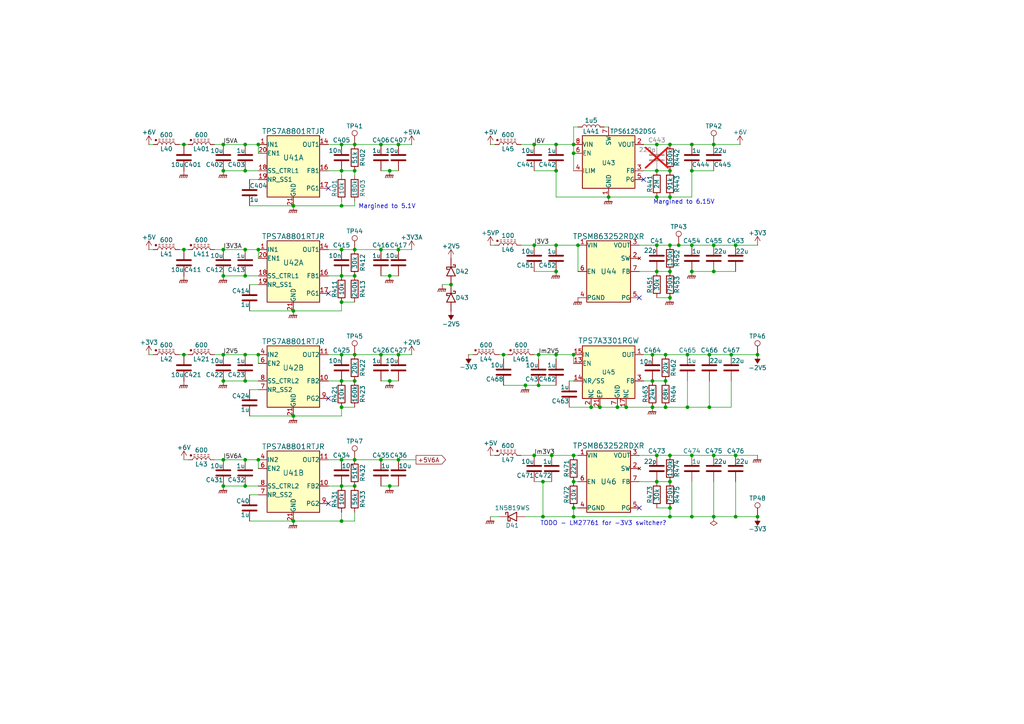
<source format=kicad_sch>
(kicad_sch (version 20250114) (generator "eeschema") (generator_version "9.0")
  (paper "A4")
  (text "TODO - LM27761 for -3V3 switcher?" (at 175.006 151.13 0) (effects (font (size 1.27 1.27)) (justify top)))
  (text "Margined to 5.1V" (at 112.268 59.944 0) (effects (font (size 1.27 1.27))))
  (text "Margined to 6.15V" (at 198.374 58.674 0) (effects (font (size 1.27 1.27))))
  (junction (at 181.61 118.11))
  (junction (at 74.93 102.87))
  (junction (at 161.29 78.74))
  (junction (at 166.37 132.08))
  (junction (at 171.45 118.11))
  (junction (at 207.01 149.86))
  (junction (at 99.06 59.69))
  (junction (at 64.77 49.53))
  (junction (at 166.37 149.86))
  (junction (at 207.01 41.91))
  (junction (at 64.77 140.97))
  (junction (at 99.06 41.91))
  (junction (at 113.03 140.97))
  (junction (at 161.29 41.91))
  (junction (at 205.74 102.87))
  (junction (at 219.71 149.86))
  (junction (at 53.34 41.91))
  (junction (at 161.29 49.53))
  (junction (at 173.99 118.11))
  (junction (at 85.09 90.17))
  (junction (at 110.49 72.39))
  (junction (at 207.01 78.74))
  (junction (at 200.66 78.74))
  (junction (at 166.37 41.91))
  (junction (at 212.09 102.87))
  (junction (at 115.57 41.91))
  (junction (at 157.48 149.86))
  (junction (at 110.49 102.87))
  (junction (at 200.66 71.12))
  (junction (at 130.81 82.55))
  (junction (at 199.39 118.11))
  (junction (at 99.06 80.01))
  (junction (at 102.87 102.87))
  (junction (at 110.49 41.91))
  (junction (at 161.29 102.87))
  (junction (at 200.66 41.91))
  (junction (at 219.71 102.87))
  (junction (at 200.66 132.08))
  (junction (at 193.04 110.49))
  (junction (at 53.34 102.87))
  (junction (at 166.37 44.45))
  (junction (at 64.77 110.49))
  (junction (at 64.77 72.39))
  (junction (at 102.87 72.39))
  (junction (at 207.01 71.12))
  (junction (at 190.5 132.08))
  (junction (at 200.66 149.86))
  (junction (at 115.57 72.39))
  (junction (at 190.5 49.53))
  (junction (at 85.09 120.65))
  (junction (at 194.31 71.12))
  (junction (at 102.87 49.53))
  (junction (at 160.02 132.08))
  (junction (at 194.31 147.32))
  (junction (at 99.06 49.53))
  (junction (at 71.12 72.39))
  (junction (at 161.29 71.12))
  (junction (at 190.5 139.7))
  (junction (at 166.37 102.87))
  (junction (at 99.06 87.63))
  (junction (at 99.06 72.39))
  (junction (at 190.5 71.12))
  (junction (at 199.39 102.87))
  (junction (at 194.31 86.36))
  (junction (at 207.01 132.08))
  (junction (at 99.06 118.11))
  (junction (at 71.12 102.87))
  (junction (at 190.5 41.91))
  (junction (at 146.05 102.87))
  (junction (at 102.87 41.91))
  (junction (at 71.12 133.35))
  (junction (at 99.06 140.97))
  (junction (at 113.03 49.53))
  (junction (at 71.12 49.53))
  (junction (at 190.5 57.15))
  (junction (at 102.87 110.49))
  (junction (at 113.03 80.01))
  (junction (at 193.04 102.87))
  (junction (at 102.87 80.01))
  (junction (at 189.23 110.49))
  (junction (at 194.31 41.91))
  (junction (at 176.53 57.15))
  (junction (at 71.12 110.49))
  (junction (at 99.06 151.13))
  (junction (at 85.09 59.69))
  (junction (at 99.06 133.35))
  (junction (at 53.34 72.39))
  (junction (at 190.5 78.74))
  (junction (at 99.06 102.87))
  (junction (at 154.94 41.91))
  (junction (at 99.06 110.49))
  (junction (at 196.85 71.12))
  (junction (at 152.4 111.76))
  (junction (at 179.07 118.11))
  (junction (at 154.94 71.12))
  (junction (at 194.31 78.74))
  (junction (at 205.74 118.11))
  (junction (at 110.49 133.35))
  (junction (at 74.93 72.39))
  (junction (at 102.87 133.35))
  (junction (at 156.21 111.76))
  (junction (at 71.12 140.97))
  (junction (at 115.57 133.35))
  (junction (at 194.31 132.08))
  (junction (at 74.93 41.91))
  (junction (at 156.21 102.87))
  (junction (at 189.23 118.11))
  (junction (at 85.09 151.13))
  (junction (at 189.23 102.87))
  (junction (at 64.77 102.87))
  (junction (at 213.36 149.86))
  (junction (at 71.12 80.01))
  (junction (at 64.77 41.91))
  (junction (at 154.94 132.08))
  (junction (at 200.66 49.53))
  (junction (at 166.37 139.7))
  (junction (at 194.31 57.15))
  (junction (at 115.57 102.87))
  (junction (at 64.77 133.35))
  (junction (at 194.31 49.53))
  (junction (at 193.04 118.11))
  (junction (at 102.87 140.97))
  (junction (at 213.36 132.08))
  (junction (at 71.12 41.91))
  (junction (at 213.36 71.12))
  (junction (at 113.03 110.49))
  (junction (at 167.64 71.12))
  (junction (at 157.48 139.7))
  (junction (at 194.31 139.7))
  (junction (at 64.77 80.01))
  (junction (at 74.93 133.35))
  (junction (at 194.31 149.86))
  (junction (at 166.37 147.32))
  (no_connect (at 186.69 52.07))
  (no_connect (at 95.25 54.61))
  (no_connect (at 95.25 115.57))
  (no_connect (at 185.42 86.36))
  (no_connect (at 185.42 147.32))
  (no_connect (at 95.25 85.09))
  (no_connect (at 95.25 146.05))
  (wire (pts (xy 199.39 102.87) (xy 205.74 102.87)))
  (wire (pts (xy 189.23 118.11) (xy 193.04 118.11)))
  (wire (pts (xy 102.87 151.13) (xy 102.87 148.59)))
  (wire (pts (xy 102.87 72.39) (xy 110.49 72.39)))
  (wire (pts (xy 200.66 132.08) (xy 207.01 132.08)))
  (wire (pts (xy 95.25 72.39) (xy 99.06 72.39)))
  (wire (pts (xy 72.39 143.51) (xy 74.93 143.51)))
  (wire (pts (xy 72.39 120.65) (xy 85.09 120.65)))
  (wire (pts (xy 200.66 49.53) (xy 207.01 49.53)))
  (wire (pts (xy 110.49 140.97) (xy 113.03 140.97)))
  (wire (pts (xy 137.16 102.87) (xy 135.89 102.87)))
  (wire (pts (xy 154.94 78.74) (xy 161.29 78.74)))
  (wire (pts (xy 189.23 110.49) (xy 193.04 110.49)))
  (wire (pts (xy 207.01 78.74) (xy 213.36 78.74)))
  (wire (pts (xy 95.25 41.91) (xy 99.06 41.91)))
  (wire (pts (xy 161.29 41.91) (xy 166.37 41.91)))
  (wire (pts (xy 64.77 110.49) (xy 71.12 110.49)))
  (wire (pts (xy 213.36 149.86) (xy 219.71 149.86)))
  (wire (pts (xy 110.49 41.91) (xy 115.57 41.91)))
  (wire (pts (xy 53.34 41.91) (xy 54.61 41.91)))
  (wire (pts (xy 99.06 151.13) (xy 99.06 148.59)))
  (wire (pts (xy 64.77 49.53) (xy 71.12 49.53)))
  (wire (pts (xy 171.45 118.11) (xy 173.99 118.11)))
  (wire (pts (xy 99.06 118.11) (xy 102.87 118.11)))
  (wire (pts (xy 110.49 72.39) (xy 115.57 72.39)))
  (wire (pts (xy 156.21 111.76) (xy 161.29 111.76)))
  (wire (pts (xy 200.66 71.12) (xy 207.01 71.12)))
  (wire (pts (xy 99.06 133.35) (xy 102.87 133.35)))
  (wire (pts (xy 146.05 102.87) (xy 147.32 102.87)))
  (wire (pts (xy 161.29 102.87) (xy 166.37 102.87)))
  (wire (pts (xy 190.5 132.08) (xy 194.31 132.08)))
  (wire (pts (xy 71.12 102.87) (xy 74.93 102.87)))
  (wire (pts (xy 95.25 49.53) (xy 99.06 49.53)))
  (wire (pts (xy 99.06 72.39) (xy 102.87 72.39)))
  (wire (pts (xy 212.09 118.11) (xy 212.09 110.49)))
  (wire (pts (xy 199.39 110.49) (xy 199.39 118.11)))
  (wire (pts (xy 205.74 110.49) (xy 205.74 118.11)))
  (wire (pts (xy 71.12 80.01) (xy 74.93 80.01)))
  (wire (pts (xy 185.42 139.7) (xy 190.5 139.7)))
  (wire (pts (xy 99.06 87.63) (xy 99.06 90.17)))
  (wire (pts (xy 151.13 71.12) (xy 154.94 71.12)))
  (wire (pts (xy 99.06 151.13) (xy 102.87 151.13)))
  (wire (pts (xy 110.49 133.35) (xy 115.57 133.35)))
  (wire (pts (xy 207.01 41.91) (xy 214.63 41.91)))
  (wire (pts (xy 71.12 72.39) (xy 74.93 72.39)))
  (wire (pts (xy 99.06 80.01) (xy 102.87 80.01)))
  (wire (pts (xy 166.37 44.45) (xy 166.37 49.53)))
  (wire (pts (xy 53.34 133.35) (xy 54.61 133.35)))
  (wire (pts (xy 200.66 149.86) (xy 207.01 149.86)))
  (wire (pts (xy 95.25 133.35) (xy 99.06 133.35)))
  (wire (pts (xy 128.27 82.55) (xy 130.81 82.55)))
  (wire (pts (xy 113.03 49.53) (xy 110.49 49.53)))
  (wire (pts (xy 71.12 41.91) (xy 74.93 41.91)))
  (wire (pts (xy 151.13 41.91) (xy 154.94 41.91)))
  (wire (pts (xy 99.06 58.42) (xy 99.06 59.69)))
  (wire (pts (xy 186.69 41.91) (xy 190.5 41.91)))
  (wire (pts (xy 72.39 82.55) (xy 74.93 82.55)))
  (wire (pts (xy 113.03 140.97) (xy 115.57 140.97)))
  (wire (pts (xy 142.24 41.91) (xy 143.51 41.91)))
  (wire (pts (xy 207.01 71.12) (xy 213.36 71.12)))
  (wire (pts (xy 190.5 78.74) (xy 194.31 78.74)))
  (wire (pts (xy 166.37 41.91) (xy 166.37 44.45)))
  (wire (pts (xy 157.48 149.86) (xy 166.37 149.86)))
  (wire (pts (xy 190.5 147.32) (xy 194.31 147.32)))
  (wire (pts (xy 99.06 41.91) (xy 102.87 41.91)))
  (wire (pts (xy 190.5 139.7) (xy 194.31 139.7)))
  (wire (pts (xy 166.37 36.83) (xy 167.64 36.83)))
  (wire (pts (xy 190.5 41.91) (xy 194.31 41.91)))
  (wire (pts (xy 72.39 113.03) (xy 74.93 113.03)))
  (wire (pts (xy 193.04 102.87) (xy 199.39 102.87)))
  (wire (pts (xy 166.37 149.86) (xy 194.31 149.86)))
  (wire (pts (xy 115.57 133.35) (xy 120.65 133.35)))
  (wire (pts (xy 160.02 132.08) (xy 166.37 132.08)))
  (wire (pts (xy 64.77 41.91) (xy 71.12 41.91)))
  (wire (pts (xy 194.31 41.91) (xy 200.66 41.91)))
  (wire (pts (xy 62.23 102.87) (xy 64.77 102.87)))
  (wire (pts (xy 207.01 149.86) (xy 207.01 139.7)))
  (wire (pts (xy 190.5 86.36) (xy 194.31 86.36)))
  (wire (pts (xy 102.87 50.8) (xy 102.87 49.53)))
  (wire (pts (xy 157.48 139.7) (xy 157.48 149.86)))
  (wire (pts (xy 200.66 41.91) (xy 207.01 41.91)))
  (wire (pts (xy 144.78 102.87) (xy 146.05 102.87)))
  (wire (pts (xy 113.03 80.01) (xy 110.49 80.01)))
  (wire (pts (xy 95.25 110.49) (xy 99.06 110.49)))
  (wire (pts (xy 72.39 59.69) (xy 85.09 59.69)))
  (wire (pts (xy 165.1 118.11) (xy 171.45 118.11)))
  (wire (pts (xy 200.66 57.15) (xy 200.66 49.53)))
  (wire (pts (xy 146.05 104.14) (xy 146.05 102.87)))
  (wire (pts (xy 161.29 49.53) (xy 154.94 49.53)))
  (wire (pts (xy 99.06 49.53) (xy 102.87 49.53)))
  (wire (pts (xy 166.37 139.7) (xy 167.64 139.7)))
  (wire (pts (xy 85.09 120.65) (xy 99.06 120.65)))
  (wire (pts (xy 110.49 110.49) (xy 113.03 110.49)))
  (wire (pts (xy 154.94 132.08) (xy 160.02 132.08)))
  (wire (pts (xy 200.66 78.74) (xy 207.01 78.74)))
  (wire (pts (xy 85.09 59.69) (xy 99.06 59.69)))
  (wire (pts (xy 196.85 71.12) (xy 200.66 71.12)))
  (wire (pts (xy 185.42 132.08) (xy 190.5 132.08)))
  (wire (pts (xy 113.03 80.01) (xy 115.57 80.01)))
  (wire (pts (xy 43.18 102.87) (xy 44.45 102.87)))
  (wire (pts (xy 194.31 71.12) (xy 196.85 71.12)))
  (wire (pts (xy 62.23 133.35) (xy 64.77 133.35)))
  (wire (pts (xy 166.37 102.87) (xy 166.37 105.41)))
  (wire (pts (xy 74.93 133.35) (xy 74.93 135.89)))
  (wire (pts (xy 189.23 102.87) (xy 193.04 102.87)))
  (wire (pts (xy 99.06 110.49) (xy 102.87 110.49)))
  (wire (pts (xy 62.23 72.39) (xy 64.77 72.39)))
  (wire (pts (xy 185.42 78.74) (xy 190.5 78.74)))
  (wire (pts (xy 181.61 118.11) (xy 189.23 118.11)))
  (wire (pts (xy 165.1 110.49) (xy 166.37 110.49)))
  (wire (pts (xy 186.69 49.53) (xy 190.5 49.53)))
  (wire (pts (xy 161.29 49.53) (xy 161.29 57.15)))
  (wire (pts (xy 167.64 71.12) (xy 167.64 78.74)))
  (wire (pts (xy 95.25 80.01) (xy 99.06 80.01)))
  (wire (pts (xy 102.87 41.91) (xy 110.49 41.91)))
  (wire (pts (xy 102.87 102.87) (xy 110.49 102.87)))
  (wire (pts (xy 142.24 149.86) (xy 144.78 149.86)))
  (wire (pts (xy 95.25 102.87) (xy 99.06 102.87)))
  (wire (pts (xy 161.29 71.12) (xy 167.64 71.12)))
  (wire (pts (xy 213.36 149.86) (xy 213.36 139.7)))
  (wire (pts (xy 194.31 147.32) (xy 194.31 149.86)))
  (wire (pts (xy 175.26 36.83) (xy 176.53 36.83)))
  (wire (pts (xy 85.09 90.17) (xy 99.06 90.17)))
  (wire (pts (xy 194.31 149.86) (xy 200.66 149.86)))
  (wire (pts (xy 102.87 59.69) (xy 102.87 58.42)))
  (wire (pts (xy 43.18 41.91) (xy 44.45 41.91)))
  (wire (pts (xy 64.77 102.87) (xy 71.12 102.87)))
  (wire (pts (xy 71.12 49.53) (xy 74.93 49.53)))
  (wire (pts (xy 115.57 72.39) (xy 119.38 72.39)))
  (wire (pts (xy 99.06 140.97) (xy 102.87 140.97)))
  (wire (pts (xy 115.57 41.91) (xy 119.38 41.91)))
  (wire (pts (xy 110.49 102.87) (xy 115.57 102.87)))
  (wire (pts (xy 152.4 149.86) (xy 157.48 149.86)))
  (wire (pts (xy 53.34 102.87) (xy 54.61 102.87)))
  (wire (pts (xy 207.01 149.86) (xy 213.36 149.86)))
  (wire (pts (xy 113.03 110.49) (xy 115.57 110.49)))
  (wire (pts (xy 52.07 41.91) (xy 53.34 41.91)))
  (wire (pts (xy 154.94 71.12) (xy 161.29 71.12)))
  (wire (pts (xy 99.06 59.69) (xy 102.87 59.69)))
  (wire (pts (xy 64.77 133.35) (xy 71.12 133.35)))
  (wire (pts (xy 151.13 132.08) (xy 154.94 132.08)))
  (wire (pts (xy 173.99 118.11) (xy 179.07 118.11)))
  (wire (pts (xy 190.5 71.12) (xy 194.31 71.12)))
  (wire (pts (xy 113.03 49.53) (xy 115.57 49.53)))
  (wire (pts (xy 72.39 151.13) (xy 85.09 151.13)))
  (wire (pts (xy 71.12 140.97) (xy 74.93 140.97)))
  (wire (pts (xy 74.93 41.91) (xy 74.93 44.45)))
  (wire (pts (xy 99.06 120.65) (xy 99.06 118.11)))
  (wire (pts (xy 71.12 133.35) (xy 74.93 133.35)))
  (wire (pts (xy 166.37 132.08) (xy 167.64 132.08)))
  (wire (pts (xy 212.09 102.87) (xy 219.71 102.87)))
  (wire (pts (xy 213.36 132.08) (xy 219.71 132.08)))
  (wire (pts (xy 166.37 147.32) (xy 167.64 147.32)))
  (wire (pts (xy 72.39 52.07) (xy 74.93 52.07)))
  (wire (pts (xy 62.23 41.91) (xy 64.77 41.91)))
  (wire (pts (xy 115.57 102.87) (xy 119.38 102.87)))
  (wire (pts (xy 185.42 71.12) (xy 190.5 71.12)))
  (wire (pts (xy 71.12 110.49) (xy 74.93 110.49)))
  (wire (pts (xy 213.36 71.12) (xy 219.71 71.12)))
  (wire (pts (xy 154.94 41.91) (xy 161.29 41.91)))
  (wire (pts (xy 156.21 104.14) (xy 156.21 102.87)))
  (wire (pts (xy 53.34 72.39) (xy 54.61 72.39)))
  (wire (pts (xy 43.18 72.39) (xy 44.45 72.39)))
  (wire (pts (xy 64.77 72.39) (xy 71.12 72.39)))
  (wire (pts (xy 74.93 102.87) (xy 74.93 105.41)))
  (wire (pts (xy 64.77 140.97) (xy 71.12 140.97)))
  (wire (pts (xy 166.37 36.83) (xy 166.37 41.91)))
  (wire (pts (xy 166.37 147.32) (xy 166.37 149.86)))
  (wire (pts (xy 154.94 102.87) (xy 156.21 102.87)))
  (wire (pts (xy 154.94 139.7) (xy 157.48 139.7)))
  (wire (pts (xy 152.4 111.76) (xy 146.05 111.76)))
  (wire (pts (xy 142.24 132.08) (xy 143.51 132.08)))
  (wire (pts (xy 186.69 110.49) (xy 189.23 110.49)))
  (wire (pts (xy 190.5 57.15) (xy 194.31 57.15)))
  (wire (pts (xy 142.24 71.12) (xy 143.51 71.12)))
  (wire (pts (xy 194.31 132.08) (xy 200.66 132.08)))
  (wire (pts (xy 176.53 57.15) (xy 190.5 57.15)))
  (wire (pts (xy 205.74 118.11) (xy 212.09 118.11)))
  (wire (pts (xy 157.48 139.7) (xy 160.02 139.7)))
  (wire (pts (xy 72.39 90.17) (xy 85.09 90.17)))
  (wire (pts (xy 193.04 118.11) (xy 199.39 118.11)))
  (wire (pts (xy 102.87 133.35) (xy 110.49 133.35)))
  (wire (pts (xy 99.06 87.63) (xy 102.87 87.63)))
  (wire (pts (xy 156.21 102.87) (xy 161.29 102.87)))
  (wire (pts (xy 99.06 50.8) (xy 99.06 49.53)))
  (wire (pts (xy 74.93 72.39) (xy 74.93 74.93)))
  (wire (pts (xy 194.31 57.15) (xy 200.66 57.15)))
  (wire (pts (xy 205.74 102.87) (xy 212.09 102.87)))
  (wire (pts (xy 64.77 80.01) (xy 71.12 80.01)))
  (wire (pts (xy 85.09 151.13) (xy 99.06 151.13)))
  (wire (pts (xy 207.01 132.08) (xy 213.36 132.08)))
  (wire (pts (xy 52.07 102.87) (xy 53.34 102.87)))
  (wire (pts (xy 161.29 102.87) (xy 161.29 104.14)))
  (wire (pts (xy 95.25 140.97) (xy 99.06 140.97)))
  (wire (pts (xy 190.5 49.53) (xy 194.31 49.53)))
  (wire (pts (xy 99.06 102.87) (xy 102.87 102.87)))
  (wire (pts (xy 152.4 111.76) (xy 156.21 111.76)))
  (wire (pts (xy 186.69 102.87) (xy 189.23 102.87)))
  (wire (pts (xy 52.07 72.39) (xy 53.34 72.39)))
  (wire (pts (xy 179.07 118.11) (xy 181.61 118.11)))
  (wire (pts (xy 161.29 57.15) (xy 176.53 57.15)))
  (wire (pts (xy 200.66 139.7) (xy 200.66 149.86)))
  (wire (pts (xy 199.39 118.11) (xy 205.74 118.11)))
  (label "I3V3" (at 154.94 71.12 0))
  (label "I2V5" (at 64.77 102.87 0))
  (label "I3V3A" (at 64.77 72.39 0))
  (label "Im2V5" (at 156.21 102.87 0))
  (label "Im3V3" (at 154.94 132.08 0))
  (label "I6V" (at 154.94 41.91 0))
  (label "I5V6A" (at 64.77 133.35 0))
  (label "I5VA" (at 64.77 41.91 0))
  (global_label "+5V6A" (shape output) (at 120.65 133.35 0) (property "Intersheetrefs" "${INTERSHEET_REFS}" (at 128.7152 133.35 0) (effects (justify left))))
  (symbol (lib_id "Device:C") (at 154.94 135.89 0) (unit 1)
    (property "Reference" "C471" (at 154.94 137.922 0) (effects (justify right)))
    (property "Value" "10u" (at 154.94 133.858 0) (effects (justify right)))
    (property "Footprint" "Capacitor_SMD:C_0603_1608Metric" (effects (hide yes)))
    (property "Datasheet" "25V" (effects (hide yes)))
    (property "Description" "Unpolarized capacitor" (effects (hide yes)))
    (property "LCSC" "C96446" (effects (hide yes)))
  )
  (symbol (lib_id "Device:C") (at 207.01 45.72 0) (unit 1)
    (property "Reference" "C445" (at 207.01 47.752 0) (effects (justify left)))
    (property "Value" "22u" (at 207.01 43.688 0) (effects (justify left)))
    (property "Footprint" "Capacitor_SMD:C_0805_2012Metric" (effects (hide yes)))
    (property "Datasheet" "25V" (effects (hide yes)))
    (property "Description" "Unpolarized capacitor" (effects (hide yes)))
    (property "LCSC" "C45783" (effects (hide yes)))
  )
  (symbol (lib_id "Device:R") (at 102.87 137.16 0) (unit 1)
    (property "Reference" "R432" (at 105.156 137.16 90))
    (property "Value" "51k" (at 102.87 137.16 90))
    (property "Footprint" "Resistor_SMD:R_0402_1005Metric" (effects (hide yes)))
    (property "Description" "Resistor" (effects (hide yes)))
    (property "LCSC" "C25794" (effects (hide yes)))
  )
  (symbol (lib_id "Parts:+3V3A") (at 119.38 72.39 0) (unit 1)
    (property "Reference" "#PWR0717" (effects (hide yes)))
    (property "Value" "+3V3A" (at 119.38 68.834 0))
    (property "Description" "Power symbol creates a global label with name {dblquote}+3V3A{dblquote}" (effects (hide yes)))
  )
  (symbol (lib_id "Device:R") (at 166.37 143.51 0) (unit 1)
    (property "Reference" "R472" (at 164.338 143.51 90))
    (property "Value" "10k" (at 166.37 143.51 90))
    (property "Footprint" "Resistor_SMD:R_0402_1005Metric" (effects (hide yes)))
    (property "Description" "Resistor" (effects (hide yes)))
    (property "LCSC" "C25744" (effects (hide yes)))
  )
  (symbol (lib_id "Connector:TestPoint") (at 102.87 102.87 0) (unit 1) (in_bom no)
    (property "Reference" "TP45" (at 102.87 97.536 0))
    (property "Value" "2V5" (effects (hide yes)))
    (property "Footprint" "Parts:TestPoint" (effects (hide yes)))
    (property "Description" "test point" (effects (hide yes)))
    (property "Stock" "-" (effects (hide yes)))
  )
  (symbol (lib_id "Parts:TPS7A8801RTJR") (at 85.09 109.22 0) (unit 2) (in_bom no)
    (property "Reference" "U42" (at 85.09 106.68 0) (effects (font (size 1.524 1.524))))
    (property "Value" "TPS7A8801RTJR" (at 85.09 99.06 0) (effects (font (size 1.524 1.524))))
    (property "Footprint" "Package_DFN_QFN:QFN-20-1EP_4x4mm_P0.5mm_EP2.7x2.7mm" (effects (hide yes)))
    (property "Datasheet" "https://www.ti.com/lit/gpn/tps7a88" (effects (hide yes)))
    (property "Stock" "6" (effects (hide yes)))
  )
  (symbol (lib_id "Device:C") (at 110.49 76.2 0) (unit 1)
    (property "Reference" "C416" (at 110.49 71.12 0))
    (property "Value" "1u" (at 110.49 74.168 0) (effects (justify right)))
    (property "Footprint" "Capacitor_SMD:C_0402_1005Metric" (effects (hide yes)))
    (property "Datasheet" "25V" (effects (hide yes)))
    (property "Description" "Unpolarized capacitor" (effects (hide yes)))
    (property "LCSC" "C52923" (effects (hide yes)))
  )
  (symbol (lib_id "power:GNDPWR") (at 53.34 49.53 0) (unit 1)
    (property "Reference" "#PWR0461" (effects (hide yes)))
    (property "Value" "GNDPWR" (effects (hide yes)))
    (property "Description" "Power symbol creates a global label with name \"GNDPWR\" , global ground" (effects (hide yes)))
  )
  (symbol (lib_id "Device:C") (at 110.49 137.16 0) (unit 1)
    (property "Reference" "C435" (at 110.49 132.08 0))
    (property "Value" "1u" (at 110.49 135.128 0) (effects (justify left)))
    (property "Footprint" "Capacitor_SMD:C_0402_1005Metric" (effects (hide yes)))
    (property "Datasheet" "25V" (effects (hide yes)))
    (property "Description" "Unpolarized capacitor" (effects (hide yes)))
    (property "LCSC" "C52923" (effects (hide yes)))
  )
  (symbol (lib_id "Device:R") (at 99.06 83.82 0) (unit 1)
    (property "Reference" "R411" (at 97.028 83.82 90))
    (property "Value" "10k" (at 99.06 83.82 90))
    (property "Footprint" "Resistor_SMD:R_0402_1005Metric" (effects (hide yes)))
    (property "Description" "Resistor" (effects (hide yes)))
    (property "LCSC" "C25744" (effects (hide yes)))
  )
  (symbol (lib_id "Device:R") (at 102.87 144.78 0) (unit 1)
    (property "Reference" "R433" (at 105.156 144.78 90))
    (property "Value" "56k" (at 102.87 144.78 90))
    (property "Footprint" "Resistor_SMD:R_0402_1005Metric" (effects (hide yes)))
    (property "Description" "Resistor" (effects (hide yes)))
    (property "LCSC" "C25796" (effects (hide yes)))
  )
  (symbol (lib_id "power:GNDPWR") (at 64.77 80.01 0) (unit 1)
    (property "Reference" "#PWR0110" (effects (hide yes)))
    (property "Value" "GNDPWR" (effects (hide yes)))
    (property "Description" "Power symbol creates a global label with name \"GNDPWR\" , global ground" (effects (hide yes)))
  )
  (symbol (lib_id "Device:C") (at 200.66 74.93 0) (unit 1)
    (property "Reference" "C454" (at 200.66 69.85 0))
    (property "Value" "1u" (at 200.66 72.898 0) (effects (justify left)))
    (property "Footprint" "Capacitor_SMD:C_0402_1005Metric" (effects (hide yes)))
    (property "Datasheet" "25V" (effects (hide yes)))
    (property "Description" "Unpolarized capacitor" (effects (hide yes)))
    (property "LCSC" "C52923" (effects (hide yes)))
  )
  (symbol (lib_id "Device:R") (at 189.23 114.3 0) (unit 1)
    (property "Reference" "R463" (at 187.198 114.2999 90))
    (property "Value" "24k" (at 189.23 114.2999 90))
    (property "Footprint" "Resistor_SMD:R_0603_1608Metric" (effects (hide yes)))
    (property "Description" "Resistor" (effects (hide yes)))
    (property "LCSC" "C23352" (effects (hide yes)))
  )
  (symbol (lib_id "Parts:L_Ferrite_Power") (at 147.32 132.08 90) (unit 1)
    (property "Reference" "L47" (at 147.32 133.35 90))
    (property "Value" "600" (at 147.32 129.286 90))
    (property "Footprint" "Inductor_SMD:L_0603_1608Metric" (effects (hide yes)))
    (property "Datasheet" "200mA / 450mΩ" (effects (hide yes)))
    (property "Description" "Inductor with ferrite core" (effects (hide yes)))
    (property "LCSC" "C1002" (effects (hide yes)))
  )
  (symbol (lib_id "Parts:L_Ferrite_Power") (at 58.42 72.39 90) (unit 1)
    (property "Reference" "L411" (at 58.42 73.66 90))
    (property "Value" "600" (at 58.42 69.596 90))
    (property "Footprint" "Inductor_SMD:L_0603_1608Metric" (effects (hide yes)))
    (property "Datasheet" "200mA / 450mΩ" (effects (hide yes)))
    (property "Description" "Inductor with ferrite core" (effects (hide yes)))
    (property "LCSC" "C1002" (effects (hide yes)))
  )
  (symbol (lib_id "Device:C") (at 213.36 135.89 0) (unit 1)
    (property "Reference" "C476" (at 213.36 130.81 0))
    (property "Value" "22u" (at 213.36 133.858 0) (effects (justify left)))
    (property "Footprint" "Capacitor_SMD:C_0805_2012Metric" (effects (hide yes)))
    (property "Datasheet" "25V" (effects (hide yes)))
    (property "Description" "Unpolarized capacitor" (effects (hide yes)))
    (property "LCSC" "C45783" (effects (hide yes)))
  )
  (symbol (lib_id "Device:C") (at 160.02 135.89 0) (unit 1)
    (property "Reference" "C472" (at 160.02 137.922 0) (effects (justify right)))
    (property "Value" "1u" (at 160.02 133.858 0) (effects (justify right)))
    (property "Footprint" "Capacitor_SMD:C_0402_1005Metric" (effects (hide yes)))
    (property "Datasheet" "25V" (effects (hide yes)))
    (property "Description" "Unpolarized capacitor" (effects (hide yes)))
    (property "LCSC" "C52923" (effects (hide yes)))
  )
  (symbol (lib_id "Connector:TestPoint") (at 102.87 41.91 0) (unit 1) (in_bom no)
    (property "Reference" "TP41" (at 102.87 36.576 0))
    (property "Value" "5V1" (effects (hide yes)))
    (property "Footprint" "Parts:TestPoint" (effects (hide yes)))
    (property "Description" "test point" (effects (hide yes)))
    (property "Stock" "-" (effects (hide yes)))
  )
  (symbol (lib_id "Device:C") (at 99.06 45.72 0) (unit 1)
    (property "Reference" "C405" (at 99.06 40.64 0))
    (property "Value" "10n" (at 99.06 43.688 0) (effects (justify right)))
    (property "Footprint" "Capacitor_SMD:C_0603_1608Metric" (effects (hide yes)))
    (property "Datasheet" "C0G, 25V" (effects (hide yes)))
    (property "Description" "Unpolarized capacitor" (effects (hide yes)))
    (property "LCSC" "C307500" (effects (hide yes)))
  )
  (symbol (lib_id "Device:C") (at 115.57 137.16 0) (unit 1)
    (property "Reference" "C436" (at 115.57 132.08 0))
    (property "Value" "10u" (at 115.57 135.128 0) (effects (justify left)))
    (property "Footprint" "Capacitor_SMD:C_0603_1608Metric" (effects (hide yes)))
    (property "Datasheet" "25V" (effects (hide yes)))
    (property "Description" "Unpolarized capacitor" (effects (hide yes)))
    (property "LCSC" "C96446" (effects (hide yes)))
  )
  (symbol (lib_id "power:PWR_FLAG") (at 207.01 149.86 0) (mirror x) (unit 1)
    (property "Reference" "#FLG0363" (effects (hide yes)))
    (property "Value" "PWR_FLAG" (effects (hide yes)))
    (property "Description" "Special symbol for telling ERC where power comes from" (effects (hide yes)))
  )
  (symbol (lib_id "Connector:TestPoint") (at 102.87 72.39 0) (unit 1) (in_bom no)
    (property "Reference" "TP44" (at 102.87 67.056 0))
    (property "Value" "3V3" (effects (hide yes)))
    (property "Footprint" "Parts:TestPoint" (effects (hide yes)))
    (property "Description" "test point" (effects (hide yes)))
    (property "Stock" "-" (effects (hide yes)))
  )
  (symbol (lib_id "Device:C") (at 64.77 137.16 0) (unit 1)
    (property "Reference" "C431" (at 64.77 139.192 0) (effects (justify right)))
    (property "Value" "10u" (at 64.77 135.128 0) (effects (justify right)))
    (property "Footprint" "Capacitor_SMD:C_0603_1608Metric" (effects (hide yes)))
    (property "Datasheet" "25V" (effects (hide yes)))
    (property "Description" "Unpolarized capacitor" (effects (hide yes)))
    (property "LCSC" "C96446" (effects (hide yes)))
  )
  (symbol (lib_id "Connector:TestPoint") (at 219.71 149.86 0) (unit 1) (in_bom no)
    (property "Reference" "TP48" (at 219.71 144.526 0))
    (property "Value" "-3V3" (effects (hide yes)))
    (property "Footprint" "Parts:TestPoint" (effects (hide yes)))
    (property "Description" "test point" (effects (hide yes)))
    (property "Stock" "-" (effects (hide yes)))
  )
  (symbol (lib_id "Device:R") (at 102.87 83.82 0) (unit 1)
    (property "Reference" "R413" (at 105.156 83.82 90))
    (property "Value" "240k" (at 102.87 83.82 90))
    (property "Footprint" "Resistor_SMD:R_0603_1608Metric" (effects (hide yes)))
    (property "Description" "Resistor" (effects (hide yes)))
    (property "LCSC" "C4197" (effects (hide yes)))
  )
  (symbol (lib_id "Device:C") (at 64.77 45.72 0) (unit 1)
    (property "Reference" "C402" (at 64.77 47.752 0) (effects (justify right)))
    (property "Value" "10u" (at 64.77 43.688 0) (effects (justify right)))
    (property "Footprint" "Capacitor_SMD:C_0603_1608Metric" (effects (hide yes)))
    (property "Datasheet" "25V" (effects (hide yes)))
    (property "Description" "Unpolarized capacitor" (effects (hide yes)))
    (property "LCSC" "C96446" (effects (hide yes)))
  )
  (symbol (lib_id "Device:C") (at 189.23 106.68 0) (unit 1)
    (property "Reference" "C464" (at 189.23 101.6 0))
    (property "Value" "10n" (at 189.23 104.902 0) (effects (justify right)))
    (property "Footprint" "Capacitor_SMD:C_0603_1608Metric" (effects (hide yes)))
    (property "Datasheet" "C0G, 25V" (effects (hide yes)))
    (property "Description" "Unpolarized capacitor" (effects (hide yes)))
    (property "LCSC" "C307500" (effects (hide yes)))
  )
  (symbol (lib_id "Device:C") (at 72.39 55.88 0) (unit 1)
    (property "Reference" "C404" (at 72.39 54.61 0) (effects (justify left bottom)))
    (property "Value" "1u" (at 72.39 57.15 0) (effects (justify left top)))
    (property "Footprint" "Capacitor_SMD:C_0402_1005Metric" (effects (hide yes)))
    (property "Datasheet" "25V" (effects (hide yes)))
    (property "Description" "Unpolarized capacitor" (effects (hide yes)))
    (property "LCSC" "C52923" (effects (hide yes)))
  )
  (symbol (lib_id "power:+5VA") (at 119.38 41.91 0) (unit 1)
    (property "Reference" "#PWR077" (effects (hide yes)))
    (property "Value" "+5VA" (at 119.38 38.354 0))
    (property "Description" "Power symbol creates a global label with name \"+5VA\"" (effects (hide yes)))
  )
  (symbol (lib_id "Device:C") (at 154.94 45.72 0) (unit 1)
    (property "Reference" "C441" (at 154.94 47.752 0) (effects (justify right)))
    (property "Value" "10u" (at 154.94 43.688 0) (effects (justify right)))
    (property "Footprint" "Capacitor_SMD:C_0603_1608Metric" (effects (hide yes)))
    (property "Datasheet" "25V" (effects (hide yes)))
    (property "Description" "Unpolarized capacitor" (effects (hide yes)))
    (property "LCSC" "C96446" (effects (hide yes)))
  )
  (symbol (lib_id "power:GNDPWR") (at 200.66 78.74 0) (unit 1)
    (property "Reference" "#PWR062" (effects (hide yes)))
    (property "Value" "GNDPWR" (effects (hide yes)))
    (property "Description" "Power symbol creates a global label with name \"GNDPWR\" , global ground" (effects (hide yes)))
  )
  (symbol (lib_id "Device:R") (at 194.31 45.72 0) (unit 1)
    (property "Reference" "R442" (at 196.342 45.72 90))
    (property "Value" "360k" (at 194.31 45.72 90))
    (property "Footprint" "Resistor_SMD:R_0603_1608Metric" (effects (hide yes)))
    (property "Description" "Resistor" (effects (hide yes)))
    (property "LCSC" "C23146" (effects (hide yes)))
  )
  (symbol (lib_id "Device:R") (at 194.31 82.55 0) (unit 1)
    (property "Reference" "R453" (at 196.342 82.55 90))
    (property "Value" "750k" (at 194.31 82.55 90))
    (property "Footprint" "Resistor_SMD:R_0603_1608Metric" (effects (hide yes)))
    (property "Description" "Resistor" (effects (hide yes)))
    (property "LCSC" "C23240" (effects (hide yes)))
  )
  (symbol (lib_id "power:GNDPWR") (at 176.53 57.15 0) (unit 1)
    (property "Reference" "#PWR066" (effects (hide yes)))
    (property "Value" "GNDPWR" (effects (hide yes)))
    (property "Description" "Power symbol creates a global label with name \"GNDPWR\" , global ground" (effects (hide yes)))
  )
  (symbol (lib_id "Device:R") (at 190.5 53.34 0) (unit 1)
    (property "Reference" "R441" (at 188.468 53.34 90))
    (property "Value" "2M" (at 190.5 53.34 90))
    (property "Footprint" "Resistor_SMD:R_0603_1608Metric" (effects (hide yes)))
    (property "Description" "Resistor" (effects (hide yes)))
    (property "LCSC" "C22976" (effects (hide yes)))
  )
  (symbol (lib_id "Device:R") (at 99.06 144.78 0) (unit 1)
    (property "Reference" "R431" (at 97.028 144.78 90))
    (property "Value" "10k" (at 99.06 144.78 90))
    (property "Footprint" "Resistor_SMD:R_0402_1005Metric" (effects (hide yes)))
    (property "Description" "Resistor" (effects (hide yes)))
    (property "LCSC" "C25744" (effects (hide yes)))
  )
  (symbol (lib_id "power:+6V") (at 53.34 133.35 0) (unit 1)
    (property "Reference" "#PWR0501" (effects (hide yes)))
    (property "Value" "+6V" (at 53.34 129.794 0))
    (property "Description" "Power symbol creates a global label with name \"+6V\"" (effects (hide yes)))
  )
  (symbol (lib_id "Parts:L_Ferrite_Power") (at 58.42 102.87 90) (unit 1)
    (property "Reference" "L421" (at 58.42 104.14 90))
    (property "Value" "600" (at 58.42 100.076 90))
    (property "Footprint" "Inductor_SMD:L_0603_1608Metric" (effects (hide yes)))
    (property "Datasheet" "200mA / 450mΩ" (effects (hide yes)))
    (property "Description" "Inductor with ferrite core" (effects (hide yes)))
    (property "LCSC" "C1002" (effects (hide yes)))
  )
  (symbol (lib_id "power:-2V5") (at 130.81 90.17 0) (mirror x) (unit 1)
    (property "Reference" "#PWR043" (effects (hide yes)))
    (property "Value" "-2V5" (at 130.81 93.98 0))
    (property "Description" "Power symbol creates a global label with name \"-2V5\"" (effects (hide yes)))
  )
  (symbol (lib_id "Parts:TPS61252DSG") (at 176.53 46.99 0) (unit 1) (in_bom no)
    (property "Reference" "U43" (at 176.53 47.244 0))
    (property "Value" "TPS61252DSG" (at 183.642 38.1 0))
    (property "Footprint" "Package_SON:WSON-8-1EP_2x2mm_P0.5mm_EP0.9x1.6mm" (effects (hide yes)))
    (property "Datasheet" "http://www.ti.com/lit/ds/symlink/tps61252.pdf" (effects (hide yes)))
    (property "Description" "Tiny 1.5-A Boost Converter With Adjustable Input Current Limit, 2.3-6.0V Vin, 3.0-6.5V Vout, WSON-8" (effects (hide yes)))
  )
  (symbol (lib_id "Device:R") (at 102.87 45.72 0) (unit 1)
    (property "Reference" "R402" (at 105.156 45.72 90))
    (property "Value" "51k" (at 102.87 45.72 90))
    (property "Footprint" "Resistor_SMD:R_0402_1005Metric" (effects (hide yes)))
    (property "Description" "Resistor" (effects (hide yes)))
    (property "LCSC" "C25794" (effects (hide yes)))
  )
  (symbol (lib_id "Parts:TPS7A8801RTJR") (at 85.09 48.26 0) (unit 1) (in_bom no)
    (property "Reference" "U41" (at 85.09 45.72 0) (effects (font (size 1.524 1.524))))
    (property "Value" "TPS7A8801RTJR" (at 85.09 38.1 0) (effects (font (size 1.524 1.524))))
    (property "Footprint" "Package_DFN_QFN:QFN-20-1EP_4x4mm_P0.5mm_EP2.7x2.7mm" (effects (hide yes)))
    (property "Datasheet" "https://www.ti.com/lit/gpn/tps7a88" (effects (hide yes)))
    (property "Stock" "6" (effects (hide yes)))
  )
  (symbol (lib_id "Device:C") (at 190.5 135.89 0) (unit 1)
    (property "Reference" "C473" (at 190.5 130.81 0))
    (property "Value" "22p" (at 190.5 133.858 0) (effects (justify right)))
    (property "Footprint" "Capacitor_SMD:C_0402_1005Metric" (effects (hide yes)))
    (property "Datasheet" "50V" (effects (hide yes)))
    (property "Description" "Unpolarized capacitor" (effects (hide yes)))
    (property "LCSC" "C1555" (effects (hide yes)))
  )
  (symbol (lib_id "Device:C") (at 190.5 45.72 0) (unit 1) (dnp yes)
    (property "Reference" "C443" (at 190.5 40.64 0))
    (property "Value" "220p" (at 190.246 43.434 0) (effects (justify right)))
    (property "Footprint" "Capacitor_SMD:C_0603_1608Metric" (effects (hide yes)))
    (property "Datasheet" "C0G, 50V" (effects (hide yes)))
    (property "Description" "Unpolarized capacitor" (effects (hide yes)))
  )
  (symbol (lib_id "Device:C") (at 71.12 76.2 0) (unit 1)
    (property "Reference" "C413" (at 71.12 78.232 0) (effects (justify right)))
    (property "Value" "1u" (at 71.12 74.168 0) (effects (justify right)))
    (property "Footprint" "Capacitor_SMD:C_0402_1005Metric" (effects (hide yes)))
    (property "Datasheet" "25V" (effects (hide yes)))
    (property "Description" "Unpolarized capacitor" (effects (hide yes)))
    (property "LCSC" "C52923" (effects (hide yes)))
  )
  (symbol (lib_id "Device:R") (at 193.04 114.3 0) (unit 1)
    (property "Reference" "R464" (at 195.326 114.2999 90))
    (property "Value" "68k" (at 193.04 114.2999 90))
    (property "Footprint" "Resistor_SMD:R_0603_1608Metric" (effects (hide yes)))
    (property "Description" "Resistor" (effects (hide yes)))
    (property "LCSC" "C23231" (effects (hide yes)))
  )
  (symbol (lib_id "Device:R") (at 190.5 143.51 0) (unit 1)
    (property "Reference" "R473" (at 188.468 143.51 90))
    (property "Value" "30k" (at 190.5 143.51 90))
    (property "Footprint" "Resistor_SMD:R_0603_1608Metric" (effects (hide yes)))
    (property "Description" "Resistor" (effects (hide yes)))
    (property "LCSC" "C22984" (effects (hide yes)))
  )
  (symbol (lib_id "Device:C") (at 207.01 135.89 0) (unit 1)
    (property "Reference" "C475" (at 207.01 130.81 0))
    (property "Value" "22u" (at 207.01 133.858 0) (effects (justify left)))
    (property "Footprint" "Capacitor_SMD:C_0805_2012Metric" (effects (hide yes)))
    (property "Datasheet" "25V" (effects (hide yes)))
    (property "Description" "Unpolarized capacitor" (effects (hide yes)))
    (property "LCSC" "C45783" (effects (hide yes)))
  )
  (symbol (lib_id "power:+5V") (at 142.24 41.91 0) (unit 1)
    (property "Reference" "#PWR056" (effects (hide yes)))
    (property "Value" "+5V" (at 142.24 38.354 0))
    (property "Description" "Power symbol creates a global label with name \"+5V\"" (effects (hide yes)))
  )
  (symbol (lib_id "power:-3V3") (at 219.71 149.86 0) (mirror x) (unit 1)
    (property "Reference" "#PWR063" (effects (hide yes)))
    (property "Value" "-3V3" (at 219.71 153.416 0))
    (property "Description" "Power symbol creates a global label with name \"-3V3\"" (effects (hide yes)))
  )
  (symbol (lib_id "Device:R") (at 194.31 74.93 0) (unit 1)
    (property "Reference" "R452" (at 196.342 74.93 90))
    (property "Value" "130k" (at 194.31 74.93 90))
    (property "Footprint" "Resistor_SMD:R_0603_1608Metric" (effects (hide yes)))
    (property "Description" "Resistor" (effects (hide yes)))
    (property "LCSC" "C22795" (effects (hide yes)))
  )
  (symbol (lib_id "Parts:L_Ferrite_Power") (at 58.42 41.91 90) (unit 1)
    (property "Reference" "L401" (at 58.42 43.18 90))
    (property "Value" "600" (at 58.42 39.116 90))
    (property "Footprint" "Inductor_SMD:L_0603_1608Metric" (effects (hide yes)))
    (property "Datasheet" "200mA / 450mΩ" (effects (hide yes)))
    (property "Description" "Inductor with ferrite core" (effects (hide yes)))
    (property "LCSC" "C1002" (effects (hide yes)))
  )
  (symbol (lib_id "Device:L") (at 171.45 36.83 90) (unit 1) (in_bom no)
    (property "Reference" "L441" (at 171.45 38.1 90))
    (property "Value" "1u5" (at 171.45 34.925 90))
    (property "Footprint" "Inductor_SMD:L_1008_2520Metric" (effects (hide yes)))
    (property "Description" "Inductor" (effects (hide yes)))
  )
  (symbol (lib_id "power:GNDPWR") (at 113.03 110.49 0) (unit 1)
    (property "Reference" "#PWR0106" (effects (hide yes)))
    (property "Value" "GNDPWR" (effects (hide yes)))
    (property "Description" "Power symbol creates a global label with name \"GNDPWR\" , global ground" (effects (hide yes)))
  )
  (symbol (lib_id "Device:C") (at 199.39 106.68 0) (unit 1)
    (property "Reference" "C465" (at 199.39 101.6 0))
    (property "Value" "1u" (at 199.39 104.648 0) (effects (justify left)))
    (property "Footprint" "Capacitor_SMD:C_0402_1005Metric" (effects (hide yes)))
    (property "Datasheet" "25V" (effects (hide yes)))
    (property "Description" "Unpolarized capacitor" (effects (hide yes)))
    (property "LCSC" "C52923" (effects (hide yes)))
  )
  (symbol (lib_id "Device:C") (at 72.39 86.36 0) (unit 1)
    (property "Reference" "C414" (at 72.39 85.09 0) (effects (justify right bottom)))
    (property "Value" "1u" (at 72.39 87.63 0) (effects (justify right top)))
    (property "Footprint" "Capacitor_SMD:C_0402_1005Metric" (effects (hide yes)))
    (property "Datasheet" "25V" (effects (hide yes)))
    (property "Description" "Unpolarized capacitor" (effects (hide yes)))
    (property "LCSC" "C52923" (effects (hide yes)))
  )
  (symbol (lib_id "Parts:L_Ferrite_Power") (at 58.42 133.35 90) (unit 1)
    (property "Reference" "L43" (at 58.42 134.62 90))
    (property "Value" "600" (at 58.42 130.556 90))
    (property "Footprint" "Inductor_SMD:L_0603_1608Metric" (effects (hide yes)))
    (property "Datasheet" "200mA / 450mΩ" (effects (hide yes)))
    (property "Description" "Inductor with ferrite core" (effects (hide yes)))
    (property "LCSC" "C1002" (effects (hide yes)))
  )
  (symbol (lib_id "Device:C") (at 207.01 74.93 0) (unit 1)
    (property "Reference" "C455" (at 207.01 69.85 0))
    (property "Value" "22u" (at 207.01 72.898 0) (effects (justify left)))
    (property "Footprint" "Capacitor_SMD:C_0805_2012Metric" (effects (hide yes)))
    (property "Datasheet" "25V" (effects (hide yes)))
    (property "Description" "Unpolarized capacitor" (effects (hide yes)))
    (property "LCSC" "C45783" (effects (hide yes)))
  )
  (symbol (lib_id "Device:R") (at 166.37 135.89 0) (unit 1)
    (property "Reference" "R471" (at 164.338 135.89 90))
    (property "Value" "22k" (at 166.37 135.89 90))
    (property "Footprint" "Resistor_SMD:R_0402_1005Metric" (effects (hide yes)))
    (property "Description" "Resistor" (effects (hide yes)))
    (property "LCSC" "C25768" (effects (hide yes)))
  )
  (symbol (lib_id "Device:R") (at 102.87 106.68 0) (unit 1)
    (property "Reference" "R422" (at 105.156 106.68 90))
    (property "Value" "20k" (at 102.87 106.68 90))
    (property "Footprint" "Resistor_SMD:R_0402_1005Metric" (effects (hide yes)))
    (property "Description" "Resistor" (effects (hide yes)))
    (property "LCSC" "C25765" (effects (hide yes)))
  )
  (symbol (lib_id "Device:R") (at 102.87 76.2 0) (unit 1)
    (property "Reference" "R412" (at 105.156 76.2 90))
    (property "Value" "30k" (at 102.87 76.2 90))
    (property "Footprint" "Resistor_SMD:R_0603_1608Metric" (effects (hide yes)))
    (property "Description" "Resistor" (effects (hide yes)))
    (property "LCSC" "C22984" (effects (hide yes)))
  )
  (symbol (lib_id "Parts:L_Ferrite_Power") (at 140.97 102.87 90) (unit 1)
    (property "Reference" "L44" (at 140.97 104.14 90))
    (property "Value" "600" (at 140.97 100.076 90))
    (property "Footprint" "Inductor_SMD:L_0603_1608Metric" (effects (hide yes)))
    (property "Datasheet" "200mA / 450mΩ" (effects (hide yes)))
    (property "Description" "Inductor with ferrite core" (effects (hide yes)))
    (property "LCSC" "C1002" (effects (hide yes)))
  )
  (symbol (lib_id "Device:C") (at 99.06 106.68 0) (unit 1)
    (property "Reference" "C425" (at 99.06 101.6 0))
    (property "Value" "10n" (at 99.06 104.648 0) (effects (justify right)))
    (property "Footprint" "Capacitor_SMD:C_0603_1608Metric" (effects (hide yes)))
    (property "Datasheet" "C0G, 25V" (effects (hide yes)))
    (property "Description" "Unpolarized capacitor" (effects (hide yes)))
    (property "LCSC" "C307500" (effects (hide yes)))
  )
  (symbol (lib_id "Parts:L_Ferrite_Power") (at 48.26 41.91 90) (unit 1)
    (property "Reference" "L40" (at 48.26 43.18 90))
    (property "Value" "600" (at 48.26 39.116 90))
    (property "Footprint" "Inductor_SMD:L_0603_1608Metric" (effects (hide yes)))
    (property "Datasheet" "200mA / 450mΩ" (effects (hide yes)))
    (property "Description" "Inductor with ferrite core" (effects (hide yes)))
    (property "LCSC" "C1002" (effects (hide yes)))
  )
  (symbol (lib_id "Device:R") (at 194.31 135.89 0) (unit 1)
    (property "Reference" "R474" (at 196.342 135.89 90))
    (property "Value" "130k" (at 194.31 135.89 90))
    (property "Footprint" "Resistor_SMD:R_0603_1608Metric" (effects (hide yes)))
    (property "Description" "Resistor" (effects (hide yes)))
    (property "LCSC" "C22795" (effects (hide yes)))
  )
  (symbol (lib_id "Device:C") (at 115.57 106.68 0) (unit 1)
    (property "Reference" "C427" (at 115.57 101.6 0))
    (property "Value" "10u" (at 115.57 104.648 0) (effects (justify right)))
    (property "Footprint" "Capacitor_SMD:C_0603_1608Metric" (effects (hide yes)))
    (property "Datasheet" "25V" (effects (hide yes)))
    (property "Description" "Unpolarized capacitor" (effects (hide yes)))
    (property "LCSC" "C96446" (effects (hide yes)))
  )
  (symbol (lib_id "Device:R") (at 102.87 114.3 0) (unit 1)
    (property "Reference" "R423" (at 105.156 114.3 90))
    (property "Value" "160k" (at 102.87 114.3 90))
    (property "Footprint" "Resistor_SMD:R_0603_1608Metric" (effects (hide yes)))
    (property "Description" "Resistor" (effects (hide yes)))
    (property "LCSC" "C22813" (effects (hide yes)))
  )
  (symbol (lib_id "Device:C") (at 110.49 45.72 0) (unit 1)
    (property "Reference" "C406" (at 110.49 40.64 0))
    (property "Value" "1u" (at 110.49 43.688 0) (effects (justify right)))
    (property "Footprint" "Capacitor_SMD:C_0402_1005Metric" (effects (hide yes)))
    (property "Datasheet" "25V" (effects (hide yes)))
    (property "Description" "Unpolarized capacitor" (effects (hide yes)))
    (property "LCSC" "C52923" (effects (hide yes)))
  )
  (symbol (lib_id "Parts:1N5819WS") (at 130.81 86.36 270) (unit 1)
    (property "Reference" "D43" (at 132.08 86.36 90) (effects (justify left)))
    (property "Value" "1N5819WS" (effects (hide yes)))
    (property "Footprint" "Parts:SOD-323" (effects (hide yes)))
    (property "Datasheet" "https://datasheet.lcsc.com/lcsc/2204281430_Guangdong-Hottech-1N5819WS_C191023.pdf" (effects (hide yes)))
    (property "Description" "40V 600mV@1A 1A SOD-323 Schottky Barrier Diodes, SOD-323" (effects (hide yes)))
    (property "LCSC" "C191023" (effects (hide yes)))
  )
  (symbol (lib_id "Device:C") (at 99.06 137.16 0) (unit 1)
    (property "Reference" "C434" (at 99.06 132.08 0))
    (property "Value" "10n" (at 99.06 135.128 0) (effects (justify left)))
    (property "Footprint" "Capacitor_SMD:C_0603_1608Metric" (effects (hide yes)))
    (property "Datasheet" "C0G, 25V" (effects (hide yes)))
    (property "Description" "Unpolarized capacitor" (effects (hide yes)))
    (property "LCSC" "C307500" (effects (hide yes)))
  )
  (symbol (lib_id "Parts:TPS7A8801RTJR") (at 85.09 78.74 0) (unit 1) (in_bom no)
    (property "Reference" "U42" (at 85.09 76.2 0) (effects (font (size 1.524 1.524))))
    (property "Value" "TPS7A8801RTJR" (at 85.09 68.58 0) (effects (font (size 1.524 1.524))))
    (property "Footprint" "Package_DFN_QFN:QFN-20-1EP_4x4mm_P0.5mm_EP2.7x2.7mm" (effects (hide yes)))
    (property "Datasheet" "https://www.ti.com/lit/gpn/tps7a88" (effects (hide yes)))
    (property "Stock" "6" (effects (hide yes)))
  )
  (symbol (lib_id "Connector:TestPoint") (at 219.71 102.87 0) (unit 1) (in_bom no)
    (property "Reference" "TP46" (at 219.71 97.536 0))
    (property "Value" "-2V5" (effects (hide yes)))
    (property "Footprint" "Parts:TestPoint" (effects (hide yes)))
    (property "Description" "test point" (effects (hide yes)))
    (property "Stock" "-" (effects (hide yes)))
  )
  (symbol (lib_id "Connector:TestPoint") (at 102.87 133.35 0) (unit 1) (in_bom no)
    (property "Reference" "TP47" (at 102.87 128.016 0))
    (property "Value" "5V6" (effects (hide yes)))
    (property "Footprint" "Parts:TestPoint" (effects (hide yes)))
    (property "Description" "test point" (effects (hide yes)))
    (property "Stock" "-" (effects (hide yes)))
  )
  (symbol (lib_id "power:GNDPWR") (at 142.24 149.86 0) (unit 1)
    (property "Reference" "#PWR093" (effects (hide yes)))
    (property "Value" "GNDPWR" (effects (hide yes)))
    (property "Description" "Power symbol creates a global label with name \"GNDPWR\" , global ground" (effects (hide yes)))
  )
  (symbol (lib_id "Device:C") (at 161.29 107.95 0) (unit 1)
    (property "Reference" "C462" (at 161.29 109.982 0) (effects (justify right)))
    (property "Value" "1u" (at 161.29 105.918 0) (effects (justify right)))
    (property "Footprint" "Capacitor_SMD:C_0402_1005Metric" (effects (hide yes)))
    (property "Datasheet" "25V" (effects (hide yes)))
    (property "Description" "Unpolarized capacitor" (effects (hide yes)))
    (property "LCSC" "C52923" (effects (hide yes)))
  )
  (symbol (lib_id "Device:C") (at 161.29 74.93 0) (unit 1)
    (property "Reference" "C452" (at 161.29 76.962 0) (effects (justify right)))
    (property "Value" "1u" (at 161.29 72.898 0) (effects (justify right)))
    (property "Footprint" "Capacitor_SMD:C_0402_1005Metric" (effects (hide yes)))
    (property "Datasheet" "25V" (effects (hide yes)))
    (property "Description" "Unpolarized capacitor" (effects (hide yes)))
    (property "LCSC" "C52923" (effects (hide yes)))
  )
  (symbol (lib_id "Parts:TPSM863252RDXR") (at 176.53 78.74 0) (unit 1)
    (property "Reference" "U44" (at 176.53 78.74 0) (effects (font (size 1.524 1.524))))
    (property "Value" "TPSM863252RDXR" (at 176.53 68.58 0) (effects (font (size 1.524 1.524))))
    (property "Footprint" "Parts:RDX0007A-MFG" (effects (hide yes)))
    (property "Datasheet" "TPSM863252RDXR" (effects (hide yes)))
    (property "LCSC" "C19632640" (effects (hide yes)))
  )
  (symbol (lib_id "Device:R") (at 194.31 143.51 0) (unit 1)
    (property "Reference" "R475" (at 196.342 143.51 90))
    (property "Value" "750k" (at 194.31 143.51 90))
    (property "Footprint" "Resistor_SMD:R_0603_1608Metric" (effects (hide yes)))
    (property "Description" "Resistor" (effects (hide yes)))
    (property "LCSC" "C23240" (effects (hide yes)))
  )
  (symbol (lib_id "Device:C") (at 161.29 45.72 0) (unit 1)
    (property "Reference" "C442" (at 161.29 47.752 0) (effects (justify right)))
    (property "Value" "1u" (at 161.29 43.688 0) (effects (justify right)))
    (property "Footprint" "Capacitor_SMD:C_0402_1005Metric" (effects (hide yes)))
    (property "Datasheet" "25V" (effects (hide yes)))
    (property "Description" "Unpolarized capacitor" (effects (hide yes)))
    (property "LCSC" "C52923" (effects (hide yes)))
  )
  (symbol (lib_id "Parts:TPS7A8801RTJR") (at 85.09 139.7 0) (unit 2) (in_bom no)
    (property "Reference" "U41" (at 85.09 137.16 0) (effects (font (size 1.524 1.524))))
    (property "Value" "TPS7A8801RTJR" (at 85.09 129.54 0) (effects (font (size 1.524 1.524))))
    (property "Footprint" "Package_DFN_QFN:QFN-20-1EP_4x4mm_P0.5mm_EP2.7x2.7mm" (effects (hide yes)))
    (property "Datasheet" "https://www.ti.com/lit/gpn/tps7a88" (effects (hide yes)))
    (property "Stock" "6" (effects (hide yes)))
  )
  (symbol (lib_id "Device:C") (at 156.21 107.95 0) (unit 1)
    (property "Reference" "C43" (at 156.21 109.982 0) (effects (justify right)))
    (property "Value" "10u" (at 156.21 105.918 0) (effects (justify right)))
    (property "Footprint" "Capacitor_SMD:C_0603_1608Metric" (effects (hide yes)))
    (property "Datasheet" "25V" (effects (hide yes)))
    (property "Description" "Unpolarized capacitor" (effects (hide yes)))
    (property "LCSC" "C96446" (effects (hide yes)))
  )
  (symbol (lib_id "Device:C") (at 53.34 45.72 0) (unit 1)
    (property "Reference" "C401" (at 53.34 47.752 0) (effects (justify left)))
    (property "Value" "10u" (at 53.34 47.752 0) (effects (justify right)))
    (property "Footprint" "Capacitor_SMD:C_0603_1608Metric" (effects (hide yes)))
    (property "Datasheet" "25V" (effects (hide yes)))
    (property "Description" "Unpolarized capacitor" (effects (hide yes)))
    (property "LCSC" "C96446" (effects (hide yes)))
  )
  (symbol (lib_id "power:GNDPWR") (at 53.34 110.49 0) (unit 1)
    (property "Reference" "#PWR0463" (effects (hide yes)))
    (property "Value" "GNDPWR" (effects (hide yes)))
    (property "Description" "Power symbol creates a global label with name \"GNDPWR\" , global ground" (effects (hide yes)))
  )
  (symbol (lib_id "Device:C") (at 71.12 45.72 0) (unit 1)
    (property "Reference" "C403" (at 71.12 47.752 0) (effects (justify right)))
    (property "Value" "1u" (at 71.12 43.688 0) (effects (justify right)))
    (property "Footprint" "Capacitor_SMD:C_0402_1005Metric" (effects (hide yes)))
    (property "Datasheet" "25V" (effects (hide yes)))
    (property "Description" "Unpolarized capacitor" (effects (hide yes)))
    (property "LCSC" "C52923" (effects (hide yes)))
  )
  (symbol (lib_id "Device:R") (at 99.06 114.3 0) (unit 1)
    (property "Reference" "R421" (at 97.028 114.3 90))
    (property "Value" "10k" (at 99.06 114.3 90))
    (property "Footprint" "Resistor_SMD:R_0402_1005Metric" (effects (hide yes)))
    (property "Description" "Resistor" (effects (hide yes)))
    (property "LCSC" "C25744" (effects (hide yes)))
  )
  (symbol (lib_id "power:GNDPWR") (at 53.34 80.01 0) (unit 1)
    (property "Reference" "#PWR0462" (effects (hide yes)))
    (property "Value" "GNDPWR" (effects (hide yes)))
    (property "Description" "Power symbol creates a global label with name \"GNDPWR\" , global ground" (effects (hide yes)))
  )
  (symbol (lib_id "Parts:L_Ferrite_Power") (at 48.26 72.39 90) (unit 1)
    (property "Reference" "L41" (at 48.26 73.66 90))
    (property "Value" "600" (at 48.26 69.596 90))
    (property "Footprint" "Inductor_SMD:L_0603_1608Metric" (effects (hide yes)))
    (property "Datasheet" "200mA / 450mΩ" (effects (hide yes)))
    (property "Description" "Inductor with ferrite core" (effects (hide yes)))
    (property "LCSC" "C1002" (effects (hide yes)))
  )
  (symbol (lib_id "power:+5V") (at 43.18 72.39 0) (unit 1)
    (property "Reference" "#PWR0109" (effects (hide yes)))
    (property "Value" "+5V" (at 43.18 68.834 0))
    (property "Description" "Power symbol creates a global label with name \"+5V\"" (effects (hide yes)))
  )
  (symbol (lib_id "Parts:1N5819WS") (at 130.81 78.74 270) (unit 1)
    (property "Reference" "D42" (at 132.08 78.74 90) (effects (justify left)))
    (property "Value" "1N5819WS" (effects (hide yes)))
    (property "Footprint" "Parts:SOD-323" (effects (hide yes)))
    (property "Datasheet" "https://datasheet.lcsc.com/lcsc/2204281430_Guangdong-Hottech-1N5819WS_C191023.pdf" (effects (hide yes)))
    (property "Description" "40V 600mV@1A 1A SOD-323 Schottky Barrier Diodes, SOD-323" (effects (hide yes)))
    (property "LCSC" "C191023" (effects (hide yes)))
  )
  (symbol (lib_id "power:+5V") (at 142.24 132.08 0) (unit 1)
    (property "Reference" "#PWR068" (effects (hide yes)))
    (property "Value" "+5V" (at 142.24 128.524 0))
    (property "Description" "Power symbol creates a global label with name \"+5V\"" (effects (hide yes)))
  )
  (symbol (lib_id "power:GNDPWR") (at 219.71 132.08 0) (unit 1)
    (property "Reference" "#PWR095" (effects (hide yes)))
    (property "Value" "GNDPWR" (effects (hide yes)))
    (property "Description" "Power symbol creates a global label with name \"GNDPWR\" , global ground" (effects (hide yes)))
  )
  (symbol (lib_id "power:GNDPWR") (at 194.31 86.36 0) (unit 1)
    (property "Reference" "#PWR060" (effects (hide yes)))
    (property "Value" "GNDPWR" (effects (hide yes)))
    (property "Description" "Power symbol creates a global label with name \"GNDPWR\" , global ground" (effects (hide yes)))
  )
  (symbol (lib_id "Device:C") (at 64.77 106.68 0) (unit 1)
    (property "Reference" "C422" (at 64.77 108.712 0) (effects (justify right)))
    (property "Value" "10u" (at 64.77 104.648 0) (effects (justify right)))
    (property "Footprint" "Capacitor_SMD:C_0603_1608Metric" (effects (hide yes)))
    (property "Datasheet" "25V" (effects (hide yes)))
    (property "Description" "Unpolarized capacitor" (effects (hide yes)))
    (property "LCSC" "C96446" (effects (hide yes)))
  )
  (symbol (lib_id "power:GNDPWR") (at 85.09 151.13 0) (unit 1)
    (property "Reference" "#PWR0120" (effects (hide yes)))
    (property "Value" "GNDPWR" (effects (hide yes)))
    (property "Description" "Power symbol creates a global label with name \"GNDPWR\" , global ground" (effects (hide yes)))
  )
  (symbol (lib_id "Parts:L_Ferrite_Power") (at 48.26 102.87 90) (unit 1)
    (property "Reference" "L42" (at 48.26 104.14 90))
    (property "Value" "600" (at 48.26 100.076 90))
    (property "Footprint" "Inductor_SMD:L_0603_1608Metric" (effects (hide yes)))
    (property "Datasheet" "200mA / 450mΩ" (effects (hide yes)))
    (property "Description" "Inductor with ferrite core" (effects (hide yes)))
    (property "LCSC" "C1002" (effects (hide yes)))
  )
  (symbol (lib_id "power:GNDPWR") (at 64.77 110.49 0) (unit 1)
    (property "Reference" "#PWR097" (effects (hide yes)))
    (property "Value" "GNDPWR" (effects (hide yes)))
    (property "Description" "Power symbol creates a global label with name \"GNDPWR\" , global ground" (effects (hide yes)))
  )
  (symbol (lib_id "Device:C") (at 71.12 106.68 0) (unit 1)
    (property "Reference" "C423" (at 71.12 108.712 0) (effects (justify right)))
    (property "Value" "1u" (at 71.12 104.648 0) (effects (justify right)))
    (property "Footprint" "Capacitor_SMD:C_0402_1005Metric" (effects (hide yes)))
    (property "Datasheet" "25V" (effects (hide yes)))
    (property "Description" "Unpolarized capacitor" (effects (hide yes)))
    (property "LCSC" "C52923" (effects (hide yes)))
  )
  (symbol (lib_id "power:-2V5") (at 219.71 102.87 0) (mirror x) (unit 1)
    (property "Reference" "#PWR0107" (effects (hide yes)))
    (property "Value" "-2V5" (at 219.71 106.68 0))
    (property "Description" "Power symbol creates a global label with name \"-2V5\"" (effects (hide yes)))
  )
  (symbol (lib_id "Device:C") (at 64.77 76.2 0) (unit 1)
    (property "Reference" "C412" (at 64.77 78.232 0) (effects (justify right)))
    (property "Value" "10u" (at 64.77 74.168 0) (effects (justify right)))
    (property "Footprint" "Capacitor_SMD:C_0603_1608Metric" (effects (hide yes)))
    (property "Datasheet" "25V" (effects (hide yes)))
    (property "Description" "Unpolarized capacitor" (effects (hide yes)))
    (property "LCSC" "C96446" (effects (hide yes)))
  )
  (symbol (lib_id "Parts:L_Ferrite_Power") (at 147.32 41.91 90) (unit 1)
    (property "Reference" "L45" (at 147.32 43.18 90))
    (property "Value" "600" (at 147.32 39.116 90))
    (property "Footprint" "Inductor_SMD:L_0603_1608Metric" (effects (hide yes)))
    (property "Datasheet" "200mA / 450mΩ" (effects (hide yes)))
    (property "Description" "Inductor with ferrite core" (effects (hide yes)))
    (property "LCSC" "C1002" (effects (hide yes)))
  )
  (symbol (lib_id "Parts:L_Ferrite_Power") (at 147.32 71.12 90) (unit 1)
    (property "Reference" "L46" (at 147.32 72.39 90))
    (property "Value" "100" (at 147.32 68.326 90))
    (property "Footprint" "Inductor_SMD:L_0603_1608Metric" (effects (hide yes)))
    (property "Datasheet" "2A / 50mΩ" (effects (hide yes)))
    (property "Description" "Inductor with ferrite core" (effects (hide yes)))
    (property "LCSC" "C14709" (effects (hide yes)))
  )
  (symbol (lib_id "Device:C") (at 212.09 106.68 0) (unit 1)
    (property "Reference" "C467" (at 212.09 101.6 0))
    (property "Value" "22u" (at 212.09 104.648 0) (effects (justify left)))
    (property "Footprint" "Capacitor_SMD:C_0805_2012Metric" (effects (hide yes)))
    (property "Datasheet" "25V" (effects (hide yes)))
    (property "Description" "Unpolarized capacitor" (effects (hide yes)))
    (property "LCSC" "C45783" (effects (hide yes)))
  )
  (symbol (lib_id "power:GNDPWR") (at 113.03 80.01 0) (unit 1)
    (property "Reference" "#PWR0113" (effects (hide yes)))
    (property "Value" "GNDPWR" (effects (hide yes)))
    (property "Description" "Power symbol creates a global label with name \"GNDPWR\" , global ground" (effects (hide yes)))
  )
  (symbol (lib_id "Device:C") (at 99.06 76.2 0) (unit 1)
    (property "Reference" "C415" (at 99.06 71.12 0))
    (property "Value" "10n" (at 99.06 74.168 0) (effects (justify right)))
    (property "Footprint" "Capacitor_SMD:C_0603_1608Metric" (effects (hide yes)))
    (property "Datasheet" "C0G, 25V" (effects (hide yes)))
    (property "Description" "Unpolarized capacitor" (effects (hide yes)))
    (property "LCSC" "C307500" (effects (hide yes)))
  )
  (symbol (lib_id "power:GNDPWR") (at 161.29 78.74 0) (unit 1)
    (property "Reference" "#PWR058" (effects (hide yes)))
    (property "Value" "GNDPWR" (effects (hide yes)))
    (property "Description" "Power symbol creates a global label with name \"GNDPWR\" , global ground" (effects (hide yes)))
  )
  (symbol (lib_id "Device:C") (at 190.5 74.93 0) (unit 1)
    (property "Reference" "C41" (at 190.5 69.85 0))
    (property "Value" "22p" (at 190.5 72.644 0) (effects (justify right)))
    (property "Footprint" "Capacitor_SMD:C_0402_1005Metric" (effects (hide yes)))
    (property "Datasheet" "50V" (effects (hide yes)))
    (property "Description" "Unpolarized capacitor" (effects (hide yes)))
    (property "LCSC" "C1555" (effects (hide yes)))
  )
  (symbol (lib_id "Parts:TPS7A3301RGW") (at 176.53 107.95 0) (unit 1) (in_bom no)
    (property "Reference" "U45" (at 176.53 107.95 0))
    (property "Value" "TPS7A3301RGW" (at 176.53 98.806 0) (effects (font (size 1.524 1.524))))
    (property "Footprint" "Parts:Texas_RGW0020A_VQFN-20-1EP_5x5mm_P0.65mm_EP3.15x3.15mm" (effects (hide yes)))
    (property "Datasheet" "https://www.ti.com/lit/ds/symlink/tps7a33.pdf" (effects (hide yes)))
    (property "Description" "1A, Low-Noise Lod-Dropout Negative Voltage Regulator, -3..-36V Input, Adjustable -1.18...-33V Output, VQFN-20" (effects (hide yes)))
    (property "LCSC" "C90082" (effects (hide yes)))
  )
  (symbol (lib_id "power:GNDPWR") (at 85.09 59.69 0) (unit 1)
    (property "Reference" "#PWR080" (effects (hide yes)))
    (property "Value" "GNDPWR" (effects (hide yes)))
    (property "Description" "Power symbol creates a global label with name \"GNDPWR\" , global ground" (effects (hide yes)))
  )
  (symbol (lib_id "Device:C") (at 165.1 114.3 0) (unit 1)
    (property "Reference" "C463" (at 165.1 116.332 0) (effects (justify right)))
    (property "Value" "1u" (at 165.1 112.268 0) (effects (justify right)))
    (property "Footprint" "Capacitor_SMD:C_0402_1005Metric" (effects (hide yes)))
    (property "Datasheet" "25V" (effects (hide yes)))
    (property "Description" "Unpolarized capacitor" (effects (hide yes)))
    (property "LCSC" "C52923" (effects (hide yes)))
  )
  (symbol (lib_id "Device:C") (at 154.94 74.93 0) (unit 1)
    (property "Reference" "C451" (at 154.94 76.962 0) (effects (justify right)))
    (property "Value" "10u" (at 154.94 72.898 0) (effects (justify right)))
    (property "Footprint" "Capacitor_SMD:C_0603_1608Metric" (effects (hide yes)))
    (property "Datasheet" "25V" (effects (hide yes)))
    (property "Description" "Unpolarized capacitor" (effects (hide yes)))
    (property "LCSC" "C96446" (effects (hide yes)))
  )
  (symbol (lib_id "Device:C") (at 110.49 106.68 0) (unit 1)
    (property "Reference" "C426" (at 110.49 101.6 0))
    (property "Value" "1u" (at 110.49 104.648 0) (effects (justify right)))
    (property "Footprint" "Capacitor_SMD:C_0402_1005Metric" (effects (hide yes)))
    (property "Datasheet" "25V" (effects (hide yes)))
    (property "Description" "Unpolarized capacitor" (effects (hide yes)))
    (property "LCSC" "C52923" (effects (hide yes)))
  )
  (symbol (lib_id "Connector:TestPoint") (at 207.01 41.91 0) (unit 1) (in_bom no)
    (property "Reference" "TP42" (at 207.01 36.576 0))
    (property "Value" "6V" (effects (hide yes)))
    (property "Footprint" "Parts:TestPoint" (effects (hide yes)))
    (property "Description" "test point" (effects (hide yes)))
    (property "Stock" "-" (effects (hide yes)))
  )
  (symbol (lib_id "Parts:TPSM863252RDXR") (at 176.53 139.7 0) (unit 1)
    (property "Reference" "U46" (at 176.53 139.7 0) (effects (font (size 1.524 1.524))))
    (property "Value" "TPSM863252RDXR" (at 176.53 129.286 0) (effects (font (size 1.524 1.524))))
    (property "Footprint" "Parts:RDX0007A-MFG" (effects (hide yes)))
    (property "Datasheet" "TPSM863252RDXR" (effects (hide yes)))
    (property "LCSC" "C19632640" (effects (hide yes)))
  )
  (symbol (lib_id "power:GNDPWR") (at 64.77 49.53 0) (unit 1)
    (property "Reference" "#PWR075" (effects (hide yes)))
    (property "Value" "GNDPWR" (effects (hide yes)))
    (property "Description" "Power symbol creates a global label with name \"GNDPWR\" , global ground" (effects (hide yes)))
  )
  (symbol (lib_id "Device:C") (at 72.39 147.32 0) (unit 1)
    (property "Reference" "C40" (at 72.39 146.05 0) (effects (justify right bottom)))
    (property "Value" "1u" (at 72.39 148.59 0) (effects (justify right top)))
    (property "Footprint" "Capacitor_SMD:C_0402_1005Metric" (effects (hide yes)))
    (property "Datasheet" "25V" (effects (hide yes)))
    (property "Description" "Unpolarized capacitor" (effects (hide yes)))
    (property "LCSC" "C52923" (effects (hide yes)))
  )
  (symbol (lib_id "Device:C") (at 71.12 137.16 0) (unit 1)
    (property "Reference" "C432" (at 71.12 139.192 0) (effects (justify right)))
    (property "Value" "1u" (at 71.12 135.128 0) (effects (justify right)))
    (property "Footprint" "Capacitor_SMD:C_0402_1005Metric" (effects (hide yes)))
    (property "Datasheet" "25V" (effects (hide yes)))
    (property "Description" "Unpolarized capacitor" (effects (hide yes)))
    (property "LCSC" "C52923" (effects (hide yes)))
  )
  (symbol (lib_id "power:+3V3") (at 219.71 71.12 0) (unit 1)
    (property "Reference" "#PWR069" (effects (hide yes)))
    (property "Value" "+3V3" (at 219.71 67.564 0))
    (property "Description" "Power symbol creates a global label with name \"+3V3\"" (effects (hide yes)))
  )
  (symbol (lib_id "Device:C") (at 115.57 45.72 0) (unit 1)
    (property "Reference" "C407" (at 115.57 40.64 0))
    (property "Value" "10u" (at 115.57 43.688 0) (effects (justify right)))
    (property "Footprint" "Capacitor_SMD:C_0603_1608Metric" (effects (hide yes)))
    (property "Datasheet" "25V" (effects (hide yes)))
    (property "Description" "Unpolarized capacitor" (effects (hide yes)))
    (property "LCSC" "C96446" (effects (hide yes)))
  )
  (symbol (lib_id "Device:C") (at 53.34 106.68 0) (unit 1)
    (property "Reference" "C421" (at 53.34 108.712 0) (effects (justify left)))
    (property "Value" "10u" (at 53.34 108.712 0) (effects (justify right)))
    (property "Footprint" "Capacitor_SMD:C_0603_1608Metric" (effects (hide yes)))
    (property "Datasheet" "25V" (effects (hide yes)))
    (property "Description" "Unpolarized capacitor" (effects (hide yes)))
    (property "LCSC" "C96446" (effects (hide yes)))
  )
  (symbol (lib_id "power:GNDPWR") (at 113.03 140.97 0) (unit 1)
    (property "Reference" "#PWR0128" (effects (hide yes)))
    (property "Value" "GNDPWR" (effects (hide yes)))
    (property "Description" "Power symbol creates a global label with name \"GNDPWR\" , global ground" (effects (hide yes)))
  )
  (symbol (lib_id "Parts:1N5819WS") (at 148.59 149.86 0) (unit 1)
    (property "Reference" "D41" (at 148.59 152.4 0))
    (property "Value" "1N5819WS" (at 148.59 147.32 0))
    (property "Footprint" "Parts:SOD-323" (effects (hide yes)))
    (property "Datasheet" "https://datasheet.lcsc.com/lcsc/2204281430_Guangdong-Hottech-1N5819WS_C191023.pdf" (effects (hide yes)))
    (property "Description" "40V 600mV@1A 1A SOD-323 Schottky Barrier Diodes, SOD-323" (effects (hide yes)))
    (property "LCSC" "C191023" (effects (hide yes)))
  )
  (symbol (lib_id "Device:C") (at 53.34 76.2 0) (unit 1)
    (property "Reference" "C411" (at 53.34 78.232 0) (effects (justify left)))
    (property "Value" "10u" (at 53.34 78.232 0) (effects (justify right)))
    (property "Footprint" "Capacitor_SMD:C_0603_1608Metric" (effects (hide yes)))
    (property "Datasheet" "25V" (effects (hide yes)))
    (property "Description" "Unpolarized capacitor" (effects (hide yes)))
    (property "LCSC" "C96446" (effects (hide yes)))
  )
  (symbol (lib_id "power:GNDPWR") (at 113.03 49.53 0) (unit 1)
    (property "Reference" "#PWR083" (effects (hide yes)))
    (property "Value" "GNDPWR" (effects (hide yes)))
    (property "Description" "Power symbol creates a global label with name \"GNDPWR\" , global ground" (effects (hide yes)))
  )
  (symbol (lib_id "Device:R") (at 194.31 53.34 0) (unit 1)
    (property "Reference" "R443" (at 196.342 53.34 90))
    (property "Value" "91k" (at 194.31 53.34 90))
    (property "Footprint" "Resistor_SMD:R_0603_1608Metric" (effects (hide yes)))
    (property "Description" "Resistor" (effects (hide yes)))
    (property "LCSC" "C23265" (effects (hide yes)))
  )
  (symbol (lib_id "power:-3V3") (at 135.89 102.87 0) (mirror x) (unit 1)
    (property "Reference" "#PWR064" (effects (hide yes)))
    (property "Value" "-3V3" (at 135.89 106.426 0))
    (property "Description" "Power symbol creates a global label with name \"-3V3\"" (effects (hide yes)))
  )
  (symbol (lib_id "power:+5VP") (at 142.24 71.12 0) (unit 1)
    (property "Reference" "#PWR0141" (effects (hide yes)))
    (property "Value" "+5VP" (at 142.24 67.564 0))
    (property "Description" "Power symbol creates a global label with name \"+5VP\"" (effects (hide yes)))
  )
  (symbol (lib_id "power:GNDPWR") (at 189.23 118.11 0) (unit 1)
    (property "Reference" "#PWR0114" (effects (hide yes)))
    (property "Value" "GNDPWR" (effects (hide yes)))
    (property "Description" "Power symbol creates a global label with name \"GNDPWR\" , global ground" (effects (hide yes)))
  )
  (symbol (lib_id "Device:C") (at 213.36 74.93 0) (unit 1)
    (property "Reference" "C453" (at 213.36 69.85 0))
    (property "Value" "22u" (at 213.36 72.898 0) (effects (justify left)))
    (property "Footprint" "Capacitor_SMD:C_0805_2012Metric" (effects (hide yes)))
    (property "Datasheet" "25V" (effects (hide yes)))
    (property "Description" "Unpolarized capacitor" (effects (hide yes)))
    (property "LCSC" "C45783" (effects (hide yes)))
  )
  (symbol (lib_id "Device:R") (at 193.04 106.68 0) (unit 1)
    (property "Reference" "R462" (at 195.326 106.6799 90))
    (property "Value" "20k" (at 193.04 106.6799 90))
    (property "Footprint" "Resistor_SMD:R_0402_1005Metric" (effects (hide yes)))
    (property "Description" "Resistor" (effects (hide yes)))
    (property "LCSC" "C25765" (effects (hide yes)))
  )
  (symbol (lib_id "power:+2V5") (at 119.38 102.87 0) (unit 1)
    (property "Reference" "#PWR0105" (effects (hide yes)))
    (property "Value" "+2V5" (at 119.38 99.314 0))
    (property "Description" "Power symbol creates a global label with name \"+2V5\"" (effects (hide yes)))
  )
  (symbol (lib_id "power:+6V") (at 214.63 41.91 0) (unit 1)
    (property "Reference" "#PWR052" (effects (hide yes)))
    (property "Value" "+6V" (at 214.63 38.354 0))
    (property "Description" "Power symbol creates a global label with name \"+6V\"" (effects (hide yes)))
  )
  (symbol (lib_id "power:GNDPWR") (at 128.27 82.55 0) (unit 1)
    (property "Reference" "#PWR049" (effects (hide yes)))
    (property "Value" "GNDPWR" (effects (hide yes)))
    (property "Description" "Power symbol creates a global label with name \"GNDPWR\" , global ground" (effects (hide yes)))
  )
  (symbol (lib_id "Device:C") (at 205.74 106.68 0) (unit 1)
    (property "Reference" "C466" (at 205.74 101.6 0))
    (property "Value" "22u" (at 205.74 104.648 0) (effects (justify left)))
    (property "Footprint" "Capacitor_SMD:C_0805_2012Metric" (effects (hide yes)))
    (property "Datasheet" "25V" (effects (hide yes)))
    (property "Description" "Unpolarized capacitor" (effects (hide yes)))
    (property "LCSC" "C45783" (effects (hide yes)))
  )
  (symbol (lib_id "Device:C") (at 72.39 116.84 0) (unit 1)
    (property "Reference" "C424" (at 72.39 115.57 0) (effects (justify right bottom)))
    (property "Value" "1u" (at 72.39 118.11 0) (effects (justify right top)))
    (property "Footprint" "Capacitor_SMD:C_0402_1005Metric" (effects (hide yes)))
    (property "Datasheet" "25V" (effects (hide yes)))
    (property "Description" "Unpolarized capacitor" (effects (hide yes)))
    (property "LCSC" "C52923" (effects (hide yes)))
  )
  (symbol (lib_id "power:GNDPWR") (at 152.4 111.76 0) (unit 1)
    (property "Reference" "#PWR0431" (effects (hide yes)))
    (property "Value" "GNDPWR" (effects (hide yes)))
    (property "Description" "Power symbol creates a global label with name \"GNDPWR\" , global ground" (effects (hide yes)))
  )
  (symbol (lib_id "power:GNDPWR") (at 85.09 90.17 0) (unit 1)
    (property "Reference" "#PWR0111" (effects (hide yes)))
    (property "Value" "GNDPWR" (effects (hide yes)))
    (property "Description" "Power symbol creates a global label with name \"GNDPWR\" , global ground" (effects (hide yes)))
  )
  (symbol (lib_id "Device:C") (at 146.05 107.95 0) (unit 1)
    (property "Reference" "C468" (at 146.05 109.982 0) (effects (justify right)))
    (property "Value" "10u" (at 146.05 105.918 0) (effects (justify right)))
    (property "Footprint" "Capacitor_SMD:C_0603_1608Metric" (effects (hide yes)))
    (property "Datasheet" "25V" (effects (hide yes)))
    (property "Description" "Unpolarized capacitor" (effects (hide yes)))
    (property "LCSC" "C96446" (effects (hide yes)))
  )
  (symbol (lib_id "power:+6V") (at 43.18 41.91 0) (unit 1)
    (property "Reference" "#PWR061" (effects (hide yes)))
    (property "Value" "+6V" (at 43.18 38.354 0))
    (property "Description" "Power symbol creates a global label with name \"+6V\"" (effects (hide yes)))
  )
  (symbol (lib_id "Device:C") (at 200.66 45.72 0) (unit 1)
    (property "Reference" "C444" (at 200.66 47.752 0) (effects (justify left)))
    (property "Value" "1u" (at 200.66 43.688 0) (effects (justify left)))
    (property "Footprint" "Capacitor_SMD:C_0402_1005Metric" (effects (hide yes)))
    (property "Datasheet" "25V" (effects (hide yes)))
    (property "Description" "Unpolarized capacitor" (effects (hide yes)))
    (property "LCSC" "C52923" (effects (hide yes)))
  )
  (symbol (lib_id "Device:C") (at 200.66 135.89 0) (unit 1)
    (property "Reference" "C474" (at 200.66 130.81 0))
    (property "Value" "1u" (at 200.66 133.858 0) (effects (justify left)))
    (property "Footprint" "Capacitor_SMD:C_0402_1005Metric" (effects (hide yes)))
    (property "Datasheet" "25V" (effects (hide yes)))
    (property "Description" "Unpolarized capacitor" (effects (hide yes)))
    (property "LCSC" "C52923" (effects (hide yes)))
  )
  (symbol (lib_id "power:+2V5") (at 130.81 74.93 0) (unit 1)
    (property "Reference" "#PWR047" (effects (hide yes)))
    (property "Value" "+2V5" (at 130.81 71.374 0))
    (property "Description" "Power symbol creates a global label with name \"+2V5\"" (effects (hide yes)))
  )
  (symbol (lib_id "Device:R") (at 99.06 54.61 0) (unit 1)
    (property "Reference" "R401" (at 97.028 54.61 90))
    (property "Value" "10k" (at 99.06 54.61 90))
    (property "Footprint" "Resistor_SMD:R_0402_1005Metric" (effects (hide yes)))
    (property "Description" "Resistor" (effects (hide yes)))
    (property "LCSC" "C25744" (effects (hide yes)))
  )
  (symbol (lib_id "power:GNDPWR") (at 167.64 86.36 0) (unit 1)
    (property "Reference" "#PWR059" (effects (hide yes)))
    (property "Value" "GNDPWR" (effects (hide yes)))
    (property "Description" "Power symbol creates a global label with name \"GNDPWR\" , global ground" (effects (hide yes)))
  )
  (symbol (lib_id "Device:R") (at 190.5 82.55 0) (unit 1)
    (property "Reference" "R451" (at 188.468 82.55 90))
    (property "Value" "30k" (at 190.5 82.55 90))
    (property "Footprint" "Resistor_SMD:R_0603_1608Metric" (effects (hide yes)))
    (property "Description" "Resistor" (effects (hide yes)))
    (property "LCSC" "C22984" (effects (hide yes)))
  )
  (symbol (lib_id "Device:C") (at 115.57 76.2 0) (unit 1)
    (property "Reference" "C417" (at 115.57 71.12 0))
    (property "Value" "10u" (at 115.57 74.168 0) (effects (justify right)))
    (property "Footprint" "Capacitor_SMD:C_0603_1608Metric" (effects (hide yes)))
    (property "Datasheet" "25V" (effects (hide yes)))
    (property "Description" "Unpolarized capacitor" (effects (hide yes)))
    (property "LCSC" "C96446" (effects (hide yes)))
  )
  (symbol (lib_id "power:GNDPWR") (at 85.09 120.65 0) (unit 1)
    (property "Reference" "#PWR0123" (effects (hide yes)))
    (property "Value" "GNDPWR" (effects (hide yes)))
    (property "Description" "Power symbol creates a global label with name \"GNDPWR\" , global ground" (effects (hide yes)))
  )
  (symbol (lib_id "power:+3V3") (at 43.18 102.87 0) (unit 1)
    (property "Reference" "#PWR094" (effects (hide yes)))
    (property "Value" "+3V3" (at 43.18 99.314 0))
    (property "Description" "Power symbol creates a global label with name \"+3V3\"" (effects (hide yes)))
  )
  (symbol (lib_id "Device:R") (at 102.87 54.61 0) (unit 1)
    (property "Reference" "R403" (at 105.156 54.61 90))
    (property "Value" "180k" (at 102.87 54.61 90))
    (property "Footprint" "Resistor_SMD:R_0603_1608Metric" (effects (hide yes)))
    (property "Description" "Resistor" (effects (hide yes)))
    (property "LCSC" "C22827" (effects (hide yes)))
  )
  (symbol (lib_id "Parts:L_Ferrite_Power") (at 151.13 102.87 90) (unit 1)
    (property "Reference" "L461" (at 151.13 104.14 90))
    (property "Value" "600" (at 151.13 100.076 90))
    (property "Footprint" "Inductor_SMD:L_0603_1608Metric" (effects (hide yes)))
    (property "Datasheet" "200mA / 450mΩ" (effects (hide yes)))
    (property "Description" "Inductor with ferrite core" (effects (hide yes)))
    (property "LCSC" "C1002" (effects (hide yes)))
  )
  (symbol (lib_id "power:GNDPWR") (at 64.77 140.97 0) (unit 1)
    (property "Reference" "#PWR085" (effects (hide yes)))
    (property "Value" "GNDPWR" (effects (hide yes)))
    (property "Description" "Power symbol creates a global label with name \"GNDPWR\" , global ground" (effects (hide yes)))
  )
  (symbol (lib_id "Connector:TestPoint") (at 196.85 71.12 0) (unit 1) (in_bom no)
    (property "Reference" "TP43" (at 196.85 65.786 0))
    (property "Value" "3V3" (effects (hide yes)))
    (property "Footprint" "Parts:TestPoint" (effects (hide yes)))
    (property "Description" "test point" (effects (hide yes)))
    (property "Stock" "-" (effects (hide yes)))
  )
)
</source>
